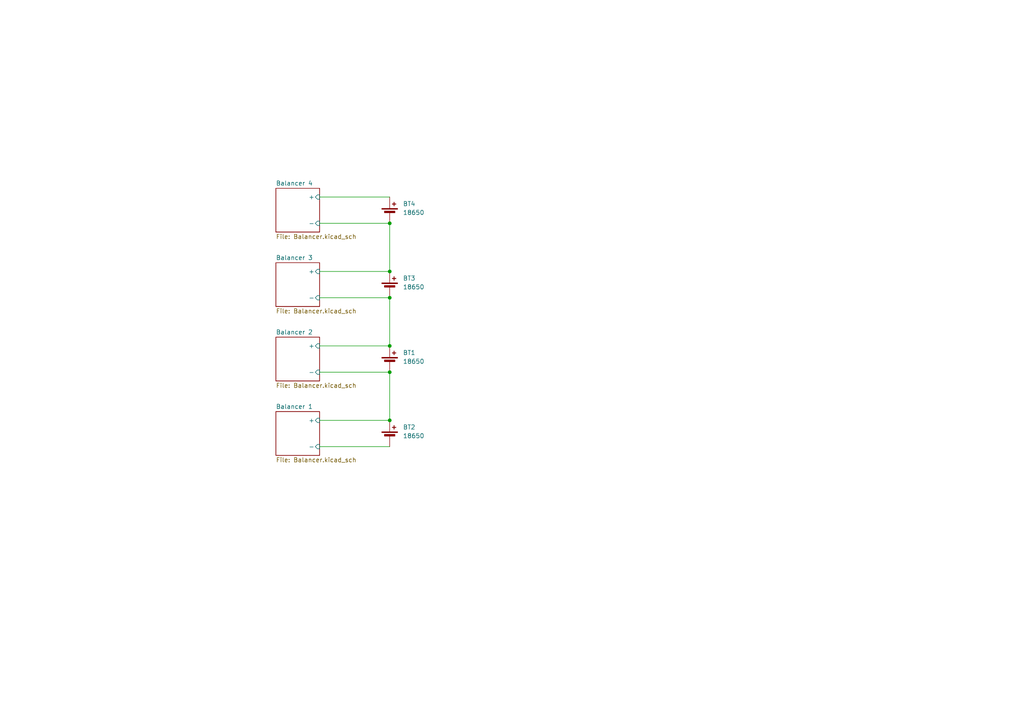
<source format=kicad_sch>
(kicad_sch (version 20250114) (generator "eeschema") (generator_version "9.0")
  (paper "A4")
  (lib_symbols
    (symbol "Device:Battery_Cell" (pin_numbers (hide yes)) (pin_names (offset 0) (hide yes))
      (property "Reference" "BT" (at 2.54 2.54 0))
      (property "Value" "Battery_Cell" (at 2.54 0 0))
      (symbol "Battery_Cell_0_1"
        (rectangle (start -2.286 1.778) (end 2.286 1.524) (fill (type outline)))
        (rectangle (start -1.524 1.016) (end 1.524 0.508) (fill (type outline)))
        (polyline (pts (xy 0 1.778) (xy 0 2.54)))
        (polyline (pts (xy 0 0.762) (xy 0 0)))
        (polyline (pts (xy 0.762 3.048) (xy 1.778 3.048)) (stroke (width 0.254)))
        (polyline (pts (xy 1.27 3.556) (xy 1.27 2.54)) (stroke (width 0.254)))
      )
      (symbol "Battery_Cell_1_1"
        (pin passive line (at 0 5.08 270) (length 2.54) (name "+") (number "1"))
        (pin passive line (at 0 -2.54 90) (length 2.54) (name "-") (number "2"))
      )
    )
  )
  (junction (at 113.03 121.92))
  (junction (at 113.03 86.36))
  (junction (at 113.03 107.95))
  (junction (at 113.03 78.74))
  (junction (at 113.03 100.33))
  (junction (at 113.03 64.77))
  (wire (pts (xy 92.71 64.77) (xy 113.03 64.77)))
  (wire (pts (xy 113.03 57.15) (xy 92.71 57.15)))
  (wire (pts (xy 113.03 64.77) (xy 113.03 78.74)))
  (wire (pts (xy 92.71 107.95) (xy 113.03 107.95)))
  (wire (pts (xy 92.71 121.92) (xy 113.03 121.92)))
  (wire (pts (xy 113.03 107.95) (xy 113.03 121.92)))
  (wire (pts (xy 92.71 86.36) (xy 113.03 86.36)))
  (wire (pts (xy 113.03 86.36) (xy 113.03 100.33)))
  (wire (pts (xy 113.03 100.33) (xy 92.71 100.33)))
  (wire (pts (xy 92.71 129.54) (xy 113.03 129.54)))
  (wire (pts (xy 113.03 78.74) (xy 92.71 78.74)))
  (symbol (lib_id "Device:Battery_Cell") (at 113.03 83.82 0) (unit 1)
    (property "Reference" "BT3" (at 116.84 80.7084 0) (effects (justify left)))
    (property "Value" "18650" (at 116.84 83.2484 0) (effects (justify left)))
    (property "Description" "Single-cell battery" (effects (hide yes)))
  )
  (symbol (lib_id "Device:Battery_Cell") (at 113.03 62.23 0) (unit 1)
    (property "Reference" "BT4" (at 116.84 59.1184 0) (effects (justify left)))
    (property "Value" "18650" (at 116.84 61.6584 0) (effects (justify left)))
    (property "Description" "Single-cell battery" (effects (hide yes)))
  )
  (symbol (lib_id "Device:Battery_Cell") (at 113.03 105.41 0) (unit 1)
    (property "Reference" "BT1" (at 116.84 102.2984 0) (effects (justify left)))
    (property "Value" "18650" (at 116.84 104.8384 0) (effects (justify left)))
    (property "Description" "Single-cell battery" (effects (hide yes)))
  )
  (symbol (lib_id "Device:Battery_Cell") (at 113.03 127 0) (unit 1)
    (property "Reference" "BT2" (at 116.84 123.8884 0) (effects (justify left)))
    (property "Value" "18650" (at 116.84 126.4284 0) (effects (justify left)))
    (property "Description" "Single-cell battery" (effects (hide yes)))
  )
  (sheet (at 80.01 54.61) (size 12.7 12.7) (stroke (width 0.1524))
    (property "Sheetname" "Balancer 4" (at 80.01 53.8984 0) (effects (justify left bottom)))
    (property "Sheetfile" "Balancer.kicad_sch" (at 80.01 67.8946 0) (effects (justify left top)))
    (pin "+" input (at 92.71 57.15 0))
    (pin "-" input (at 92.71 64.77 0))
  )
  (sheet (at 80.01 97.79) (size 12.7 12.7) (stroke (width 0.1524))
    (property "Sheetname" "Balancer 2" (at 80.01 97.0784 0) (effects (justify left bottom)))
    (property "Sheetfile" "Balancer.kicad_sch" (at 80.01 111.0746 0) (effects (justify left top)))
    (pin "+" input (at 92.71 100.33 0))
    (pin "-" input (at 92.71 107.95 0))
  )
  (sheet (at 80.01 76.2) (size 12.7 12.7) (stroke (width 0.1524))
    (property "Sheetname" "Balancer 3" (at 80.01 75.4884 0) (effects (justify left bottom)))
    (property "Sheetfile" "Balancer.kicad_sch" (at 80.01 89.4846 0) (effects (justify left top)))
    (pin "+" input (at 92.71 78.74 0))
    (pin "-" input (at 92.71 86.36 0))
  )
  (sheet (at 80.01 119.38) (size 12.7 12.7) (stroke (width 0.1524))
    (property "Sheetname" "Balancer 1" (at 80.01 118.6684 0) (effects (justify left bottom)))
    (property "Sheetfile" "Balancer.kicad_sch" (at 80.01 132.6646 0) (effects (justify left top)))
    (pin "+" input (at 92.71 121.92 0))
    (pin "-" input (at 92.71 129.54 0))
  )
)
</source>
